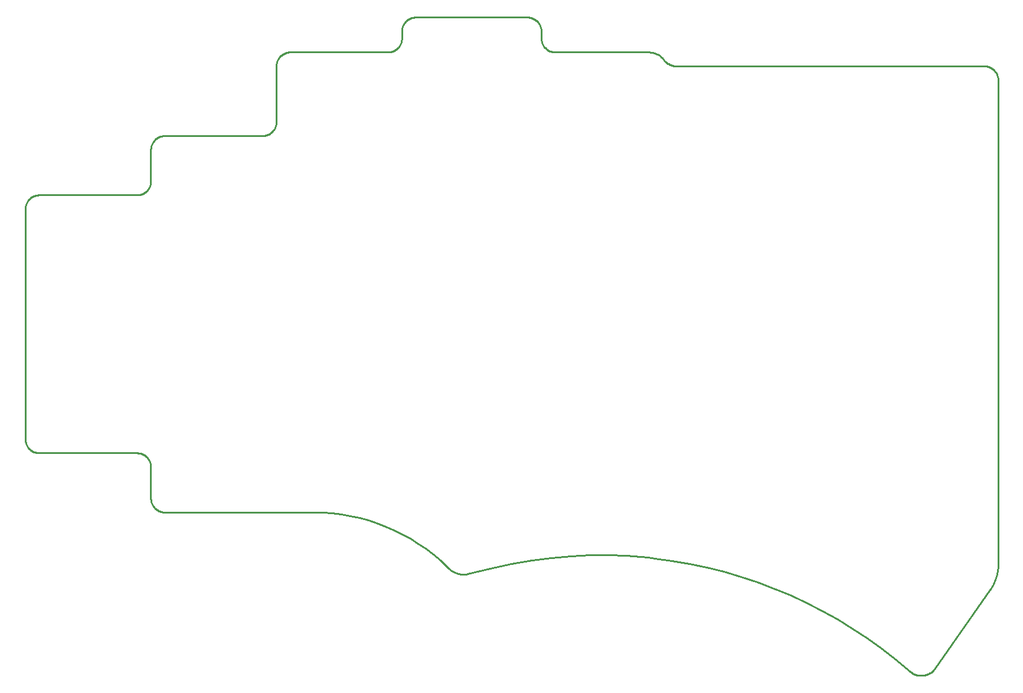
<source format=gbr>
%TF.GenerationSoftware,KiCad,Pcbnew,7.0.1-0*%
%TF.CreationDate,2023-06-01T10:31:47+02:00*%
%TF.ProjectId,nantor,6e616e74-6f72-42e6-9b69-6361645f7063,rev?*%
%TF.SameCoordinates,Original*%
%TF.FileFunction,Profile,NP*%
%FSLAX46Y46*%
G04 Gerber Fmt 4.6, Leading zero omitted, Abs format (unit mm)*
G04 Created by KiCad (PCBNEW 7.0.1-0) date 2023-06-01 10:31:47*
%MOMM*%
%LPD*%
G01*
G04 APERTURE LIST*
%TA.AperFunction,Profile*%
%ADD10C,0.264582*%
%TD*%
G04 APERTURE END LIST*
D10*
X140607062Y-47279821D02*
X140705562Y-47287149D01*
X140803226Y-47299281D01*
X140899888Y-47316147D01*
X140995386Y-47337680D01*
X141089556Y-47363813D01*
X141182232Y-47394476D01*
X141273253Y-47429603D01*
X141362452Y-47469125D01*
X141449667Y-47512975D01*
X141534734Y-47561084D01*
X141617489Y-47613385D01*
X141697767Y-47669810D01*
X141775405Y-47730290D01*
X141850238Y-47794759D01*
X141922104Y-47863148D01*
X141990493Y-47935013D01*
X142054962Y-48009846D01*
X142115443Y-48087483D01*
X142171868Y-48167760D01*
X142224169Y-48250514D01*
X142272278Y-48335581D01*
X142316128Y-48422795D01*
X142355650Y-48511995D01*
X142390777Y-48603015D01*
X142421440Y-48695692D01*
X142447572Y-48789861D01*
X142469105Y-48885360D01*
X142485971Y-48982023D01*
X142498102Y-49079687D01*
X142505431Y-49178188D01*
X142507889Y-49277363D01*
X142507889Y-50277363D01*
X142510347Y-50376537D01*
X142517675Y-50475038D01*
X142529806Y-50572703D01*
X142546673Y-50669366D01*
X142568206Y-50764864D01*
X142594338Y-50859034D01*
X142625001Y-50951711D01*
X142660128Y-51042731D01*
X142699650Y-51131930D01*
X142743499Y-51219145D01*
X142791609Y-51304211D01*
X142843909Y-51386965D01*
X142900334Y-51467243D01*
X142960815Y-51544880D01*
X143025284Y-51619713D01*
X143093674Y-51691578D01*
X143165539Y-51759967D01*
X143240373Y-51824435D01*
X143318011Y-51884916D01*
X143398289Y-51941341D01*
X143481043Y-51993641D01*
X143566110Y-52041751D01*
X143653325Y-52085600D01*
X143742525Y-52125123D01*
X143833545Y-52160249D01*
X143926222Y-52190913D01*
X144020391Y-52217045D01*
X144115889Y-52238578D01*
X144212552Y-52255445D01*
X144310215Y-52267576D01*
X144408716Y-52274905D01*
X144507889Y-52277363D01*
X157895355Y-52277367D01*
X158053729Y-52281956D01*
X158210630Y-52295612D01*
X158365715Y-52318164D01*
X158518638Y-52349442D01*
X158669056Y-52389278D01*
X158816624Y-52437502D01*
X158960999Y-52493944D01*
X159101837Y-52558435D01*
X159238793Y-52630804D01*
X159371523Y-52710883D01*
X159499683Y-52798502D01*
X159622930Y-52893490D01*
X159740917Y-52995680D01*
X159853303Y-53104901D01*
X159959742Y-53220983D01*
X160059891Y-53343758D01*
X160077408Y-53366547D01*
X160162945Y-53471410D01*
X160253855Y-53570558D01*
X160349844Y-53663845D01*
X160450619Y-53751126D01*
X160555885Y-53832257D01*
X160665349Y-53907092D01*
X160778715Y-53975488D01*
X160895691Y-54037299D01*
X161015982Y-54092381D01*
X161139294Y-54140588D01*
X161265333Y-54181776D01*
X161393806Y-54215799D01*
X161524418Y-54242515D01*
X161656874Y-54261776D01*
X161790882Y-54273439D01*
X161926147Y-54277359D01*
X206037186Y-54277359D01*
X206136359Y-54279817D01*
X206234859Y-54287146D01*
X206332523Y-54299277D01*
X206429185Y-54316143D01*
X206524683Y-54337677D01*
X206618852Y-54363809D01*
X206711529Y-54394472D01*
X206802549Y-54429599D01*
X206891749Y-54469121D01*
X206978964Y-54512971D01*
X207064031Y-54561080D01*
X207146785Y-54613381D01*
X207227064Y-54669806D01*
X207304701Y-54730287D01*
X207379535Y-54794755D01*
X207451401Y-54863144D01*
X207519790Y-54935009D01*
X207584259Y-55009842D01*
X207644740Y-55087479D01*
X207701165Y-55167756D01*
X207753466Y-55250510D01*
X207801575Y-55335577D01*
X207845425Y-55422792D01*
X207884947Y-55511991D01*
X207920073Y-55603011D01*
X207950737Y-55695688D01*
X207976869Y-55789857D01*
X207998402Y-55885356D01*
X208015268Y-55982019D01*
X208027399Y-56079683D01*
X208034728Y-56178185D01*
X208037186Y-56277359D01*
X208037201Y-125767593D01*
X208032512Y-126011234D01*
X208018498Y-126253880D01*
X207995239Y-126495277D01*
X207962816Y-126735172D01*
X207921308Y-126973311D01*
X207870795Y-127209441D01*
X207811358Y-127443309D01*
X207743076Y-127674662D01*
X207666030Y-127903245D01*
X207580300Y-128128805D01*
X207485966Y-128351089D01*
X207383107Y-128569843D01*
X207271804Y-128784814D01*
X207152137Y-128995749D01*
X207024186Y-129202394D01*
X206888031Y-129404495D01*
X198988876Y-140656372D01*
X198911521Y-140760587D01*
X198829181Y-140860074D01*
X198742082Y-140954697D01*
X198650450Y-141044323D01*
X198554512Y-141128814D01*
X198454493Y-141208035D01*
X198350621Y-141281851D01*
X198243120Y-141350126D01*
X198132218Y-141412725D01*
X198018141Y-141469512D01*
X197901114Y-141520351D01*
X197781365Y-141565107D01*
X197659119Y-141603644D01*
X197534603Y-141635827D01*
X197408042Y-141661520D01*
X197279663Y-141680588D01*
X197150456Y-141692838D01*
X197021426Y-141698220D01*
X196892825Y-141696813D01*
X196764907Y-141688692D01*
X196637923Y-141673936D01*
X196512124Y-141652622D01*
X196387763Y-141624827D01*
X196265093Y-141590630D01*
X196144364Y-141550106D01*
X196025830Y-141503334D01*
X195909742Y-141450392D01*
X195796352Y-141391355D01*
X195685913Y-141326303D01*
X195578676Y-141255313D01*
X195474893Y-141178461D01*
X195374817Y-141095825D01*
X195351318Y-141075333D01*
X195342282Y-141067490D01*
X195332035Y-141058517D01*
X195321805Y-141049579D01*
X195312820Y-141041840D01*
X193354234Y-139399813D01*
X191340502Y-137836923D01*
X189274087Y-136354217D01*
X187157453Y-134952743D01*
X184993064Y-133633546D01*
X182783384Y-132397676D01*
X180530876Y-131246178D01*
X178238005Y-130180100D01*
X175907233Y-129200490D01*
X173541025Y-128308394D01*
X171141844Y-127504861D01*
X168712154Y-126790936D01*
X166254419Y-126167667D01*
X163771102Y-125636102D01*
X161264668Y-125197288D01*
X158737579Y-124852272D01*
X157807304Y-124752673D01*
X156747551Y-124654470D01*
X155686710Y-124568790D01*
X154753174Y-124506760D01*
X152112063Y-124411188D01*
X149449352Y-124424726D01*
X146745477Y-124553332D01*
X143980873Y-124802961D01*
X141135974Y-125179573D01*
X138191215Y-125689122D01*
X135127032Y-126337568D01*
X131923859Y-127130867D01*
X131726151Y-127162866D01*
X131528350Y-127181417D01*
X131331064Y-127186731D01*
X131134899Y-127179019D01*
X130940462Y-127158491D01*
X130748359Y-127125358D01*
X130559199Y-127079831D01*
X130373587Y-127022120D01*
X130192130Y-126952435D01*
X130015436Y-126870988D01*
X129844111Y-126777989D01*
X129678762Y-126673649D01*
X129519996Y-126558178D01*
X129368419Y-126431787D01*
X129224640Y-126294687D01*
X129089264Y-126147087D01*
X129008057Y-126068176D01*
X128024161Y-125157373D01*
X127001501Y-124299028D01*
X125942219Y-123494010D01*
X124848458Y-122743190D01*
X123722360Y-122047436D01*
X122566070Y-121407619D01*
X121381730Y-120824610D01*
X120171483Y-120299276D01*
X118937472Y-119832489D01*
X117681840Y-119425119D01*
X116406731Y-119078034D01*
X115114286Y-118792105D01*
X113806649Y-118568202D01*
X112485964Y-118407194D01*
X111154372Y-118309951D01*
X109814018Y-118277344D01*
X88507812Y-118277344D01*
X88408638Y-118274886D01*
X88310137Y-118267557D01*
X88212473Y-118255426D01*
X88115810Y-118238560D01*
X88020312Y-118217027D01*
X87926142Y-118190895D01*
X87833466Y-118160231D01*
X87742446Y-118125105D01*
X87653247Y-118085583D01*
X87566032Y-118041733D01*
X87480966Y-117993624D01*
X87398212Y-117941323D01*
X87317934Y-117884898D01*
X87240296Y-117824417D01*
X87165463Y-117759948D01*
X87093597Y-117691559D01*
X87025208Y-117619693D01*
X86960739Y-117544860D01*
X86900258Y-117467222D01*
X86843833Y-117386945D01*
X86791532Y-117304191D01*
X86743423Y-117219124D01*
X86699573Y-117131910D01*
X86660051Y-117042710D01*
X86624925Y-116951690D01*
X86594261Y-116859014D01*
X86568129Y-116764845D01*
X86546596Y-116669346D01*
X86529730Y-116572683D01*
X86517599Y-116475019D01*
X86510270Y-116376518D01*
X86507813Y-116277344D01*
X86507813Y-111777344D01*
X86505355Y-111678169D01*
X86498026Y-111579668D01*
X86485895Y-111482004D01*
X86469029Y-111385341D01*
X86447496Y-111289843D01*
X86421363Y-111195674D01*
X86390700Y-111102997D01*
X86355574Y-111011977D01*
X86316052Y-110922778D01*
X86272202Y-110835563D01*
X86224093Y-110750497D01*
X86171792Y-110667743D01*
X86115367Y-110587465D01*
X86054886Y-110509828D01*
X85990417Y-110434994D01*
X85922028Y-110363129D01*
X85850162Y-110294739D01*
X85775329Y-110230270D01*
X85697691Y-110169789D01*
X85617413Y-110113364D01*
X85534659Y-110061063D01*
X85449593Y-110012954D01*
X85362378Y-109969105D01*
X85273179Y-109929583D01*
X85182159Y-109894456D01*
X85089483Y-109863793D01*
X84995313Y-109837661D01*
X84899815Y-109816127D01*
X84803152Y-109799261D01*
X84705488Y-109787130D01*
X84606987Y-109779802D01*
X84507813Y-109777344D01*
X70507813Y-109777344D01*
X70408638Y-109774886D01*
X70310137Y-109767557D01*
X70212473Y-109755426D01*
X70115810Y-109738560D01*
X70020312Y-109717027D01*
X69926142Y-109690895D01*
X69833466Y-109660232D01*
X69742446Y-109625105D01*
X69653247Y-109585583D01*
X69566032Y-109541733D01*
X69480966Y-109493624D01*
X69398212Y-109441323D01*
X69317934Y-109384898D01*
X69240296Y-109324417D01*
X69165463Y-109259948D01*
X69093597Y-109191559D01*
X69025208Y-109119693D01*
X68960739Y-109044860D01*
X68900258Y-108967222D01*
X68843833Y-108886945D01*
X68791532Y-108804191D01*
X68743423Y-108719124D01*
X68699573Y-108631910D01*
X68660051Y-108542710D01*
X68624925Y-108451690D01*
X68594261Y-108359014D01*
X68568129Y-108264845D01*
X68546596Y-108169346D01*
X68529730Y-108072683D01*
X68517599Y-107975019D01*
X68510270Y-107876518D01*
X68507813Y-107777344D01*
X68507813Y-74777344D01*
X68510270Y-74678169D01*
X68517599Y-74579668D01*
X68529730Y-74482004D01*
X68546596Y-74385341D01*
X68568129Y-74289843D01*
X68594261Y-74195674D01*
X68624925Y-74102997D01*
X68660051Y-74011977D01*
X68699573Y-73922778D01*
X68743423Y-73835563D01*
X68791532Y-73750497D01*
X68843833Y-73667743D01*
X68900258Y-73587465D01*
X68960739Y-73509828D01*
X69025208Y-73434994D01*
X69093597Y-73363129D01*
X69165463Y-73294739D01*
X69240296Y-73230270D01*
X69317934Y-73169789D01*
X69398212Y-73113364D01*
X69480966Y-73061063D01*
X69566032Y-73012954D01*
X69653247Y-72969105D01*
X69742446Y-72929583D01*
X69833466Y-72894456D01*
X69926142Y-72863793D01*
X70020312Y-72837661D01*
X70115810Y-72816128D01*
X70212473Y-72799261D01*
X70310137Y-72787130D01*
X70408638Y-72779802D01*
X70507813Y-72777344D01*
X84507813Y-72777344D01*
X84606987Y-72774886D01*
X84705488Y-72767557D01*
X84803152Y-72755426D01*
X84899815Y-72738560D01*
X84995313Y-72717027D01*
X85089483Y-72690895D01*
X85182159Y-72660231D01*
X85273179Y-72625105D01*
X85362378Y-72585583D01*
X85449593Y-72541733D01*
X85534659Y-72493624D01*
X85617413Y-72441323D01*
X85697691Y-72384898D01*
X85775329Y-72324417D01*
X85850162Y-72259948D01*
X85922028Y-72191559D01*
X85990417Y-72119693D01*
X86054886Y-72044860D01*
X86115367Y-71967222D01*
X86171792Y-71886945D01*
X86224093Y-71804191D01*
X86272202Y-71719124D01*
X86316052Y-71631910D01*
X86355574Y-71542710D01*
X86390700Y-71451690D01*
X86421363Y-71359014D01*
X86447496Y-71264845D01*
X86469029Y-71169346D01*
X86485895Y-71072683D01*
X86498026Y-70975019D01*
X86505355Y-70876518D01*
X86507813Y-70777344D01*
X86507813Y-66277344D01*
X86510270Y-66178169D01*
X86517599Y-66079668D01*
X86529730Y-65982004D01*
X86546596Y-65885341D01*
X86568129Y-65789843D01*
X86594261Y-65695674D01*
X86624925Y-65602997D01*
X86660051Y-65511977D01*
X86699573Y-65422778D01*
X86743423Y-65335563D01*
X86791532Y-65250497D01*
X86843833Y-65167743D01*
X86900258Y-65087465D01*
X86960739Y-65009828D01*
X87025208Y-64934994D01*
X87093597Y-64863129D01*
X87165463Y-64794739D01*
X87240296Y-64730270D01*
X87317934Y-64669789D01*
X87398212Y-64613364D01*
X87480966Y-64561064D01*
X87566032Y-64512954D01*
X87653247Y-64469105D01*
X87742446Y-64429583D01*
X87833466Y-64394456D01*
X87926142Y-64363793D01*
X88020312Y-64337661D01*
X88115810Y-64316127D01*
X88212473Y-64299261D01*
X88310137Y-64287130D01*
X88408638Y-64279802D01*
X88507812Y-64277344D01*
X102507812Y-64277344D01*
X102606987Y-64274886D01*
X102705488Y-64267557D01*
X102803152Y-64255426D01*
X102899815Y-64238560D01*
X102995313Y-64217027D01*
X103089483Y-64190895D01*
X103182159Y-64160232D01*
X103273179Y-64125105D01*
X103362378Y-64085583D01*
X103449593Y-64041733D01*
X103534659Y-63993624D01*
X103617413Y-63941323D01*
X103697691Y-63884898D01*
X103775329Y-63824417D01*
X103850162Y-63759948D01*
X103922028Y-63691559D01*
X103990417Y-63619694D01*
X104054886Y-63544861D01*
X104115367Y-63467224D01*
X104171792Y-63386946D01*
X104224093Y-63304192D01*
X104272202Y-63219126D01*
X104316052Y-63131911D01*
X104355574Y-63042712D01*
X104390700Y-62951692D01*
X104421364Y-62859015D01*
X104447496Y-62764845D01*
X104469029Y-62669347D01*
X104485895Y-62572684D01*
X104498026Y-62475019D01*
X104505355Y-62376518D01*
X104507812Y-62277344D01*
X104507812Y-54277344D01*
X104510270Y-54178169D01*
X104517599Y-54079668D01*
X104529730Y-53982004D01*
X104546596Y-53885341D01*
X104568129Y-53789842D01*
X104594261Y-53695673D01*
X104624925Y-53602996D01*
X104660051Y-53511976D01*
X104699573Y-53422776D01*
X104743423Y-53335561D01*
X104791532Y-53250495D01*
X104843833Y-53167741D01*
X104900258Y-53087464D01*
X104960739Y-53009826D01*
X105025208Y-52934993D01*
X105093597Y-52863129D01*
X105165463Y-52794740D01*
X105240296Y-52730271D01*
X105317934Y-52669791D01*
X105398212Y-52613366D01*
X105480966Y-52561065D01*
X105566032Y-52512956D01*
X105653247Y-52469106D01*
X105742446Y-52429584D01*
X105833466Y-52394457D01*
X105926142Y-52363794D01*
X106020312Y-52337661D01*
X106115810Y-52316128D01*
X106212473Y-52299262D01*
X106310137Y-52287130D01*
X106408638Y-52279802D01*
X106507812Y-52277344D01*
X120507813Y-52277344D01*
X120606987Y-52274886D01*
X120705488Y-52267557D01*
X120803152Y-52255426D01*
X120899815Y-52238559D01*
X120995313Y-52217026D01*
X121089483Y-52190894D01*
X121182159Y-52160230D01*
X121273179Y-52125104D01*
X121362378Y-52085581D01*
X121449593Y-52041732D01*
X121534659Y-51993622D01*
X121617413Y-51941321D01*
X121697691Y-51884897D01*
X121775329Y-51824416D01*
X121850162Y-51759948D01*
X121922028Y-51691559D01*
X121990417Y-51619694D01*
X122054886Y-51544861D01*
X122115367Y-51467224D01*
X122171792Y-51386946D01*
X122224093Y-51304192D01*
X122272202Y-51219126D01*
X122316052Y-51131911D01*
X122355574Y-51042712D01*
X122390700Y-50951692D01*
X122421364Y-50859015D01*
X122447496Y-50764845D01*
X122469029Y-50669347D01*
X122485895Y-50572684D01*
X122498026Y-50475019D01*
X122505355Y-50376518D01*
X122507813Y-50277344D01*
X122507813Y-49277344D01*
X122507889Y-49277363D01*
X122510347Y-49178188D01*
X122517675Y-49079687D01*
X122529807Y-48982023D01*
X122546673Y-48885360D01*
X122568206Y-48789861D01*
X122594338Y-48695692D01*
X122625001Y-48603015D01*
X122660128Y-48511995D01*
X122699650Y-48422795D01*
X122743499Y-48335581D01*
X122791608Y-48250514D01*
X122843910Y-48167760D01*
X122900334Y-48087483D01*
X122960815Y-48009846D01*
X123025284Y-47935013D01*
X123093674Y-47863148D01*
X123165539Y-47794759D01*
X123240373Y-47730290D01*
X123318010Y-47669810D01*
X123398288Y-47613385D01*
X123481042Y-47561084D01*
X123566108Y-47512975D01*
X123653323Y-47469125D01*
X123742522Y-47429603D01*
X123833542Y-47394476D01*
X123926219Y-47363813D01*
X124020388Y-47337680D01*
X124115886Y-47316147D01*
X124212549Y-47299281D01*
X124310213Y-47287149D01*
X124408714Y-47279821D01*
X124507889Y-47277363D01*
X140507889Y-47277363D01*
X140607062Y-47279821D01*
M02*

</source>
